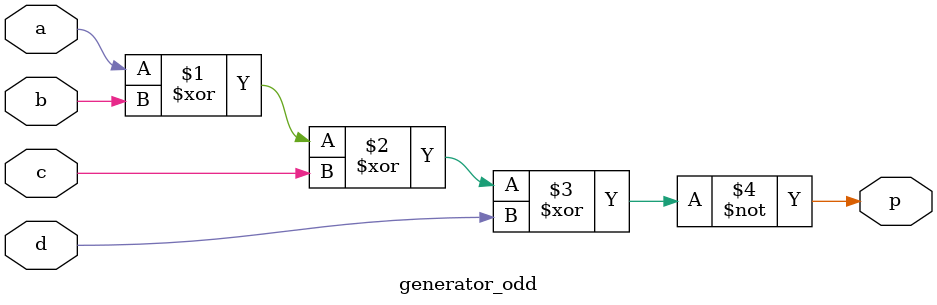
<source format=v>
`timescale 1ns / 1ps


module generator_odd(
    input a,
    input b,
    input c,
    input d,
    output p
    );

assign p = ~(a ^ b ^ c ^ d);
endmodule

</source>
